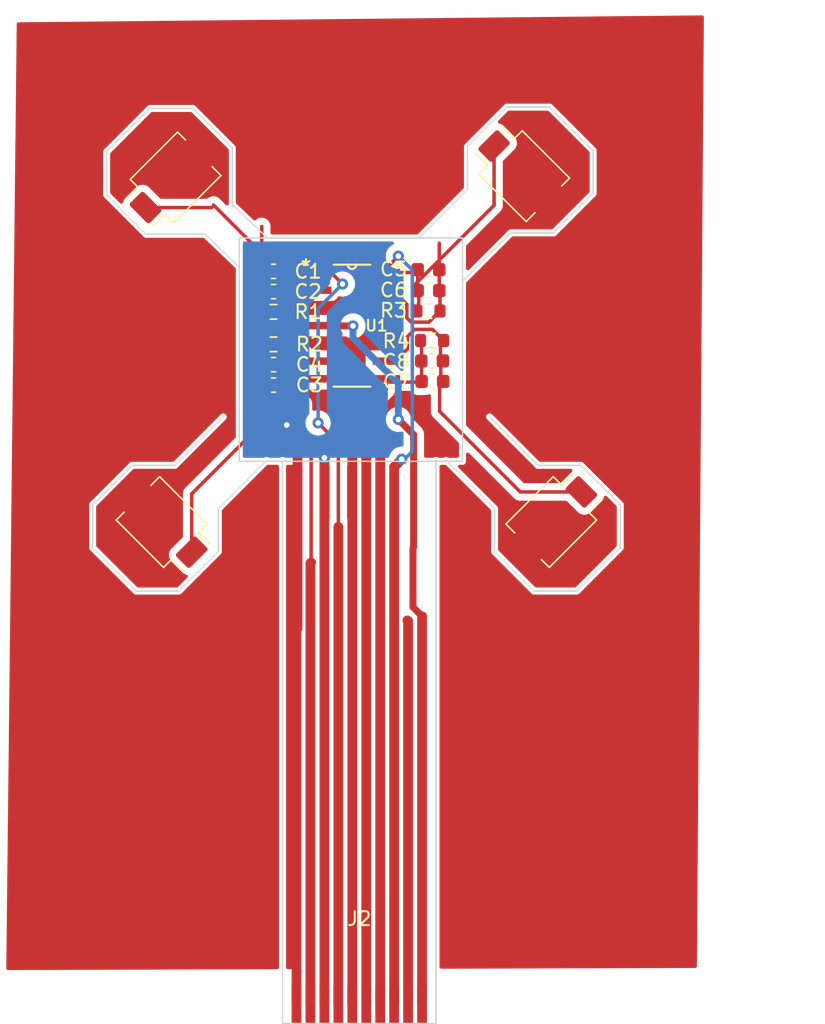
<source format=kicad_pcb>
(kicad_pcb (version 20221018) (generator pcbnew)
  (layers (0 "F.Cu" signal) (31 "B.Cu" signal) (34 "B.Paste" user) (35 "F.Paste" user) (36 "B.SilkS" user "B.Silkscreen") (37 "F.SilkS" user "F.Silkscreen") (38 "B.Mask" user) (39 "F.Mask" user) (44 "Edge.Cuts" user))
  (net 0 "")
  (net 1 "GND")
  (net 2 "+3V3")
  (net 3 "/Photodiode 1/IN-")
  (net 4 "/OUT1")
  (net 5 "/Photodiode 2/IN-")
  (net 6 "/OUT2")
  (net 7 "/Photodiode 4/IN-")
  (net 8 "/OUT4")
  (net 9 "/Photodiode 3/IN-")
  (net 10 "/OUT3")
  (footprint "adcs:Osram_SFH2430" (layer "F.Cu") (at 72.234136 100.91425 45)
    (fp_text reference "D1" hide)
    (fp_text value "SFH2430" hide)
    (fp_line (start -3.59 1.31) (end -2.4 1.31) (stroke (width 0.12)) (layer "F.SilkS"))
    (fp_line (start -2.41 -1.4) (end -3.59 -1.4) (stroke (width 0.12)) (layer "F.SilkS"))
    (fp_line (start -2.4 -2.2) (end -2.4 -1.4) (stroke (width 0.12)) (layer "F.SilkS"))
    (fp_line (start -2.4 1.31) (end -2.4 2.2) (stroke (width 0.12)) (layer "F.SilkS"))
    (fp_line (start -2.4 2.2) (end 2.4 2.2) (stroke (width 0.12)) (layer "F.SilkS"))
    (fp_line (start 2.4 -2.2) (end -2.4 -2.2) (stroke (width 0.12)) (layer "F.SilkS"))
    (fp_line (start 2.4 -1.4) (end 2.4 -2.2) (stroke (width 0.12)) (layer "F.SilkS"))
    (fp_line (start 2.4 2.2) (end 2.4 1.31) (stroke (width 0.12)) (layer "F.SilkS"))
    (pad "1" smd roundrect (at -3.05 0 225) (size 1.4 2) (layers "F.Cu" "F.Mask") (roundrect_rratio 0.125) (net 3 "/Photodiode 1/IN-"))
    (pad "2" smd roundrect (at 3.05 0 225) (size 1.4 1.2) (layers "F.Cu" "F.Mask") (roundrect_rratio 0.125) (net 1 "GND"))
  )
  (footprint "Capacitor_SMD:C_0603_1608Metric" (layer "F.Cu") (at 90.617322 114.062736 180)
    (fp_text reference "C8" (at 2.57225 -0.03) (layer "F.SilkS"))
    (fp_text value "100nF")
    (fp_line (start -0.14058 -0.51) (end 0.14058 -0.51) (stroke (width 0.12)) (layer "F.SilkS"))
    (fp_line (start -0.14058 0.51) (end 0.14058 0.51) (stroke (width 0.12)) (layer "F.SilkS"))
    (pad "1" smd roundrect (at -0.775 0 180) (size 0.9 0.95) (layers "F.Cu" "F.Paste" "F.Mask") (net 9 "/Photodiode 3/IN-"))
    (pad "2" smd roundrect (at 0.775 0 180) (size 0.9 0.95) (layers "F.Cu" "F.Paste" "F.Mask") (net 10 "/OUT3"))
  )
  (footprint "adcs:Osram_SFH2430" (layer "F.Cu") (at 99.162959 125.602959 -135)
    (fp_text reference "D4" hide)
    (fp_text value "SFH2430" hide)
    (fp_line (start -3.59 1.31) (end -2.4 1.31) (stroke (width 0.12)) (layer "F.SilkS"))
    (fp_line (start -2.41 -1.4) (end -3.59 -1.4) (stroke (width 0.12)) (layer "F.SilkS"))
    (fp_line (start -2.4 -2.2) (end -2.4 -1.4) (stroke (width 0.12)) (layer "F.SilkS"))
    (fp_line (start -2.4 1.31) (end -2.4 2.2) (stroke (width 0.12)) (layer "F.SilkS"))
    (fp_line (start -2.4 2.2) (end 2.4 2.2) (stroke (width 0.12)) (layer "F.SilkS"))
    (fp_line (start 2.4 -2.2) (end -2.4 -2.2) (stroke (width 0.12)) (layer "F.SilkS"))
    (fp_line (start 2.4 -1.4) (end 2.4 -2.2) (stroke (width 0.12)) (layer "F.SilkS"))
    (fp_line (start 2.4 2.2) (end 2.4 1.31) (stroke (width 0.12)) (layer "F.SilkS"))
    (pad "1" smd roundrect (at -3.05 0 45) (size 1.4 2) (layers "F.Cu" "F.Mask") (roundrect_rratio 0.125) (net 9 "/Photodiode 3/IN-"))
    (pad "2" smd roundrect (at 3.05 0 45) (size 1.4 1.2) (layers "F.Cu" "F.Mask") (roundrect_rratio 0.125) (net 1 "GND"))
  )
  (footprint "Capacitor_SMD:C_0603_1608Metric" (layer "F.Cu") (at 79.257903 109.092015)
    (fp_text reference "C2" (at 2.47 0) (layer "F.SilkS"))
    (fp_text value "100nF")
    (fp_line (start -0.14058 -0.51) (end 0.14058 -0.51) (stroke (width 0.12)) (layer "F.SilkS"))
    (fp_line (start -0.14058 0.51) (end 0.14058 0.51) (stroke (width 0.12)) (layer "F.SilkS"))
    (pad "1" smd roundrect (at -0.775 0) (size 0.9 0.95) (layers "F.Cu" "F.Paste" "F.Mask") (net 3 "/Photodiode 1/IN-"))
    (pad "2" smd roundrect (at 0.775 0) (size 0.9 0.95) (layers "F.Cu" "F.Paste" "F.Mask") (net 4 "/OUT1"))
  )
  (footprint "Capacitor_SMD:C_0603_1608Metric" (layer "F.Cu") (at 90.642322 115.526687 180)
    (fp_text reference "C7" (at 2.57225 -0.03) (layer "F.SilkS"))
    (fp_text value "1nF")
    (fp_line (start -0.14058 -0.51) (end 0.14058 -0.51) (stroke (width 0.12)) (layer "F.SilkS"))
    (fp_line (start -0.14058 0.51) (end 0.14058 0.51) (stroke (width 0.12)) (layer "F.SilkS"))
    (pad "1" smd roundrect (at -0.775 0 180) (size 0.9 0.95) (layers "F.Cu" "F.Paste" "F.Mask") (net 9 "/Photodiode 3/IN-"))
    (pad "2" smd roundrect (at 0.775 0 180) (size 0.9 0.95) (layers "F.Cu" "F.Paste" "F.Mask") (net 10 "/OUT3"))
  )
  (footprint "Resistor_SMD:R_0603_1608Metric" (layer "F.Cu") (at 79.257903 110.542015)
    (fp_text reference "R1" (at 2.47 0) (layer "F.SilkS"))
    (fp_text value "3.9k")
    (fp_line (start -0.237258 -0.5225) (end 0.237258 -0.5225) (stroke (width 0.12)) (layer "F.SilkS"))
    (fp_line (start -0.237258 0.5225) (end 0.237258 0.5225) (stroke (width 0.12)) (layer "F.SilkS"))
    (pad "1" smd roundrect (at -0.825 0) (size 0.8 0.95) (layers "F.Cu" "F.Paste" "F.Mask") (net 3 "/Photodiode 1/IN-"))
    (pad "2" smd roundrect (at 0.825 0) (size 0.8 0.95) (layers "F.Cu" "F.Paste" "F.Mask") (net 4 "/OUT1"))
  )
  (footprint "Capacitor_SMD:C_0603_1608Metric" (layer "F.Cu") (at 90.35948 107.521304 180)
    (fp_text reference "C5" (at 2.5 0.04) (layer "F.SilkS"))
    (fp_text value "1nF")
    (fp_line (start -0.14058 -0.51) (end 0.14058 -0.51) (stroke (width 0.12)) (layer "F.SilkS"))
    (fp_line (start -0.14058 0.51) (end 0.14058 0.51) (stroke (width 0.12)) (layer "F.SilkS"))
    (pad "1" smd roundrect (at -0.775 0 180) (size 0.9 0.95) (layers "F.Cu" "F.Paste" "F.Mask") (net 7 "/Photodiode 4/IN-"))
    (pad "2" smd roundrect (at 0.775 0 180) (size 0.9 0.95) (layers "F.Cu" "F.Paste" "F.Mask") (net 8 "/OUT4"))
  )
  (footprint "Resistor_SMD:R_0603_1608Metric" (layer "F.Cu") (at 90.617322 112.598936 180)
    (fp_text reference "R4" (at 2.57225 -0.03) (layer "F.SilkS"))
    (fp_text value "3.9k")
    (fp_line (start -0.237258 -0.5225) (end 0.237258 -0.5225) (stroke (width 0.12)) (layer "F.SilkS"))
    (fp_line (start -0.237258 0.5225) (end 0.237258 0.5225) (stroke (width 0.12)) (layer "F.SilkS"))
    (pad "1" smd roundrect (at -0.825 0 180) (size 0.8 0.95) (layers "F.Cu" "F.Paste" "F.Mask") (net 9 "/Photodiode 3/IN-"))
    (pad "2" smd roundrect (at 0.825 0 180) (size 0.8 0.95) (layers "F.Cu" "F.Paste" "F.Mask") (net 10 "/OUT3"))
  )
  (footprint "adcs:10pin_1mm_pitch_flat_flex" (layer "F.Cu") (at 85.400001 160.175)
    (fp_text reference "J2" (at 0.01 -6.15 unlocked) (layer "F.SilkS"))
    (fp_text value "Conn_01x10")
    (pad "1" smd rect (at -4.5 0) (size 0.7 2.7) (layers "F.Cu" "F.Paste" "F.Mask") (net 1 "GND"))
    (pad "2" smd rect (at -3.5 0) (size 0.7 2.7) (layers "F.Cu" "F.Paste" "F.Mask") (net 6 "/OUT2"))
    (pad "3" smd rect (at -2.5 0) (size 0.7 2.7) (layers "F.Cu" "F.Paste" "F.Mask") (net 1 "GND"))
    (pad "4" smd rect (at -1.5 0) (size 0.7 2.7) (layers "F.Cu" "F.Paste" "F.Mask") (net 4 "/OUT1"))
    (pad "5" smd rect (at -0.5 0) (size 0.7 2.7) (layers "F.Cu" "F.Paste" "F.Mask") (net 1 "GND"))
    (pad "6" smd rect (at 0.5 0) (size 0.7 2.7) (layers "F.Cu" "F.Paste" "F.Mask") (net 10 "/OUT3"))
    (pad "7" smd rect (at 1.5 0) (size 0.7 2.7) (layers "F.Cu" "F.Paste" "F.Mask") (net 1 "GND"))
    (pad "8" smd rect (at 2.5 0) (size 0.7 2.7) (layers "F.Cu" "F.Paste" "F.Mask") (net 8 "/OUT4"))
    (pad "9" smd rect (at 3.5 0) (size 0.7 2.7) (layers "F.Cu" "F.Paste" "F.Mask") (net 1 "GND"))
    (pad "10" smd rect (at 4.5 0) (size 0.7 2.7) (layers "F.Cu" "F.Paste" "F.Mask") (net 2 "+3V3"))
  )
  (footprint "Capacitor_SMD:C_0603_1608Metric" (layer "F.Cu") (at 79.257903 107.642016)
    (fp_text reference "C1" (at 2.47 0) (layer "F.SilkS"))
    (fp_text value "1nF")
    (fp_line (start -0.14058 -0.51) (end 0.14058 -0.51) (stroke (width 0.12)) (layer "F.SilkS"))
    (fp_line (start -0.14058 0.51) (end 0.14058 0.51) (stroke (width 0.12)) (layer "F.SilkS"))
    (pad "1" smd roundrect (at -0.775 0) (size 0.9 0.95) (layers "F.Cu" "F.Paste" "F.Mask") (net 3 "/Photodiode 1/IN-"))
    (pad "2" smd roundrect (at 0.775 0) (size 0.9 0.95) (layers "F.Cu" "F.Paste" "F.Mask") (net 4 "/OUT1"))
  )
  (footprint "adcs:SO-14_S" (layer "F.Cu") (at 84.880917 111.532223)
    (fp_text reference "U1" (at 1.75 0) (layer "F.SilkS") (effects (font (size 0.787402 0.787402))))
    (fp_text value "LTC2052IS_PBF")
    (fp_text user "*" (at -3.302 -4.2164) (layer "F.SilkS"))
    (fp_line (start -1.3208 4.3688) (end 1.3208 4.3688) (stroke (width 0.1524)) (layer "F.SilkS"))
    (fp_line (start -0.3048 -4.3688) (end -1.3208 -4.3688) (stroke (width 0.1524)) (layer "F.SilkS"))
    (fp_line (start 0.3048 -4.3688) (end -0.3048 -4.3688) (stroke (width 0.1524)) (layer "F.SilkS"))
    (fp_line (start 1.3208 -4.3688) (end 0.3048 -4.3688) (stroke (width 0.1524)) (layer "F.SilkS"))
    (fp_arc (start 0.3048 -4.3688) (mid 0 -4.064) (end -0.3048 -4.3688) (stroke (width 0.1524)) (layer "F.SilkS"))
    (fp_poly (pts (xy 3.9624 1.0795) (xy 3.9624 1.4605) (xy 3.7084 1.4605) (xy 3.7084 1.0795)) (stroke (width 0.0254)) (fill solid) (layer "F.SilkS"))
    (pad "1" smd rect (at -2.4638 -3.81) (size 1.9812 0.5334) (layers "F.Cu" "F.Paste" "F.Mask") (net 4 "/OUT1"))
    (pad "2" smd rect (at -2.4638 -2.54) (size 1.9812 0.5334) (layers "F.Cu" "F.Paste" "F.Mask") (net 3 "/Photodiode 1/IN-"))
    (pad "3" smd rect (at -2.4638 -1.27) (size 1.9812 0.5334) (layers "F.Cu" "F.Paste" "F.Mask") (net 1 "GND"))
    (pad "4" smd rect (at -2.4638 0) (size 1.9812 0.5334) (layers "F.Cu" "F.Paste" "F.Mask") (net 2 "+3V3"))
    (pad "5" smd rect (at -2.4638 1.27) (size 1.9812 0.5334) (layers "F.Cu" "F.Paste" "F.Mask") (net 1 "GND"))
    (pad "6" smd rect (at -2.4638 2.54) (size 1.9812 0.5334) (layers "F.Cu" "F.Paste" "F.Mask") (net 5 "/Photodiode 2/IN-"))
    (pad "7" smd rect (at -2.4638 3.81) (size 1.9812 0.5334) (layers "F.Cu" "F.Paste" "F.Mask") (net 6 "/OUT2"))
    (pad "8" smd rect (at 2.4638 3.81) (size 1.9812 0.5334) (layers "F.Cu" "F.Paste" "F.Mask") (net 10 "/OUT3"))
    (pad "9" smd rect (at 2.4638 2.54) (size 1.9812 0.5334) (layers "F.Cu" "F.Paste" "F.Mask") (net 9 "/Photodiode 3/IN-"))
    (pad "10" smd rect (at 2.4638 1.27) (size 1.9812 0.5334) (layers "F.Cu" "F.Paste" "F.Mask") (net 1 "GND"))
    (pad "11" smd rect (at 2.4638 0) (size 1.9812 0.5334) (layers "F.Cu" "F.Paste" "F.Mask") (net 1 "GND"))
    (pad "12" smd rect (at 2.4638 -1.27) (size 1.9812 0.5334) (layers "F.Cu" "F.Paste" "F.Mask") (net 1 "GND"))
    (pad "13" smd rect (at 2.4638 -2.54) (size 1.9812 0.5334) (layers "F.Cu" "F.Paste" "F.Mask") (net 7 "/Photodiode 4/IN-"))
    (pad "14" smd rect (at 2.4638 -3.81) (size 1.9812 0.5334) (layers "F.Cu" "F.Paste" "F.Mask") (net 8 "/OUT4"))
  )
  (footprint "Capacitor_SMD:C_0603_1608Metric" (layer "F.Cu") (at 79.257903 115.790805)
    (fp_text reference "C3" (at 2.56725 -0.0038) (layer "F.SilkS"))
    (fp_text value "1nF")
    (fp_line (start -0.14058 -0.51) (end 0.14058 -0.51) (stroke (width 0.12)) (layer "F.SilkS"))
    (fp_line (start -0.14058 0.51) (end 0.14058 0.51) (stroke (width 0.12)) (layer "F.SilkS"))
    (pad "1" smd roundrect (at -0.775 0) (size 0.9 0.95) (layers "F.Cu" "F.Paste" "F.Mask") (net 5 "/Photodiode 2/IN-"))
    (pad "2" smd roundrect (at 0.775 0) (size 0.9 0.95) (layers "F.Cu" "F.Paste" "F.Mask") (net 6 "/OUT2"))
  )
  (footprint "Capacitor_SMD:C_0603_1608Metric" (layer "F.Cu") (at 90.359479 109.021304 180)
    (fp_text reference "C6" (at 2.5 0.04) (layer "F.SilkS"))
    (fp_text value "100nF")
    (fp_line (start -0.14058 -0.51) (end 0.14058 -0.51) (stroke (width 0.12)) (layer "F.SilkS"))
    (fp_line (start -0.14058 0.51) (end 0.14058 0.51) (stroke (width 0.12)) (layer "F.SilkS"))
    (pad "1" smd roundrect (at -0.775 0 180) (size 0.9 0.95) (layers "F.Cu" "F.Paste" "F.Mask") (net 7 "/Photodiode 4/IN-"))
    (pad "2" smd roundrect (at 0.775 0 180) (size 0.9 0.95) (layers "F.Cu" "F.Paste" "F.Mask") (net 8 "/OUT4"))
  )
  (footprint "adcs:Osram_SFH2430" (layer "F.Cu") (at 71.232241 125.602959 135)
    (fp_text reference "D2" hide)
    (fp_text value "SFH2430" hide)
    (fp_line (start -3.59 1.31) (end -2.4 1.31) (stroke (width 0.12)) (layer "F.SilkS"))
    (fp_line (start -2.41 -1.4) (end -3.59 -1.4) (stroke (width 0.12)) (layer "F.SilkS"))
    (fp_line (start -2.4 -2.2) (end -2.4 -1.4) (stroke (width 0.12)) (layer "F.SilkS"))
    (fp_line (start -2.4 1.31) (end -2.4 2.2) (stroke (width 0.12)) (layer "F.SilkS"))
    (fp_line (start -2.4 2.2) (end 2.4 2.2) (stroke (width 0.12)) (layer "F.SilkS"))
    (fp_line (start 2.4 -2.2) (end -2.4 -2.2) (stroke (width 0.12)) (layer "F.SilkS"))
    (fp_line (start 2.4 -1.4) (end 2.4 -2.2) (stroke (width 0.12)) (layer "F.SilkS"))
    (fp_line (start 2.4 2.2) (end 2.4 1.31) (stroke (width 0.12)) (layer "F.SilkS"))
    (pad "1" smd roundrect (at -3.05 0 315) (size 1.4 2) (layers "F.Cu" "F.Mask") (roundrect_rratio 0.125) (net 5 "/Photodiode 2/IN-"))
    (pad "2" smd roundrect (at 3.05 0 315) (size 1.4 1.2) (layers "F.Cu" "F.Mask") (roundrect_rratio 0.125) (net 1 "GND"))
  )
  (footprint "Resistor_SMD:R_0603_1608Metric" (layer "F.Cu") (at 90.35948 110.481304 180)
    (fp_text reference "R3" (at 2.5 0.04) (layer "F.SilkS"))
    (fp_text value "3.9k")
    (fp_line (start -0.237258 -0.5225) (end 0.237258 -0.5225) (stroke (width 0.12)) (layer "F.SilkS"))
    (fp_line (start -0.237258 0.5225) (end 0.237258 0.5225) (stroke (width 0.12)) (layer "F.SilkS"))
    (pad "1" smd roundrect (at -0.825 0 180) (size 0.8 0.95) (layers "F.Cu" "F.Paste" "F.Mask") (net 7 "/Photodiode 4/IN-"))
    (pad "2" smd roundrect (at 0.825 0 180) (size 0.8 0.95) (layers "F.Cu" "F.Paste" "F.Mask") (net 8 "/OUT4"))
  )
  (footprint "Resistor_SMD:R_0603_1608Metric" (layer "F.Cu") (at 79.257903 112.870807)
    (fp_text reference "R2" (at 2.56725 -0.0038) (layer "F.SilkS"))
    (fp_text value "3.9k")
    (fp_line (start -0.237258 -0.5225) (end 0.237258 -0.5225) (stroke (width 0.12)) (layer "F.SilkS"))
    (fp_line (start -0.237258 0.5225) (end 0.237258 0.5225) (stroke (width 0.12)) (layer "F.SilkS"))
    (pad "1" smd roundrect (at -0.825 0) (size 0.8 0.95) (layers "F.Cu" "F.Paste" "F.Mask") (net 5 "/Photodiode 2/IN-"))
    (pad "2" smd roundrect (at 0.825 0) (size 0.8 0.95) (layers "F.Cu" "F.Paste" "F.Mask") (net 6 "/OUT2"))
  )
  (footprint "adcs:Osram_SFH2430" (layer "F.Cu") (at 97.219418 100.819313 -45)
    (fp_text reference "D3" hide)
    (fp_text value "SFH2430" hide)
    (fp_line (start -3.59 1.31) (end -2.4 1.31) (stroke (width 0.12)) (layer "F.SilkS"))
    (fp_line (start -2.41 -1.4) (end -3.59 -1.4) (stroke (width 0.12)) (layer "F.SilkS"))
    (fp_line (start -2.4 -2.2) (end -2.4 -1.4) (stroke (width 0.12)) (layer "F.SilkS"))
    (fp_line (start -2.4 1.31) (end -2.4 2.2) (stroke (width 0.12)) (layer "F.SilkS"))
    (fp_line (start -2.4 2.2) (end 2.4 2.2) (stroke (width 0.12)) (layer "F.SilkS"))
    (fp_line (start 2.4 -2.2) (end -2.4 -2.2) (stroke (width 0.12)) (layer "F.SilkS"))
    (fp_line (start 2.4 -1.4) (end 2.4 -2.2) (stroke (width 0.12)) (layer "F.SilkS"))
    (fp_line (start 2.4 2.2) (end 2.4 1.31) (stroke (width 0.12)) (layer "F.SilkS"))
    (pad "1" smd roundrect (at -3.05 0 135) (size 1.4 2) (layers "F.Cu" "F.Mask") (roundrect_rratio 0.125) (net 7 "/Photodiode 4/IN-"))
    (pad "2" smd roundrect (at 3.05 0 135) (size 1.4 1.2) (layers "F.Cu" "F.Mask") (roundrect_rratio 0.125) (net 1 "GND"))
  )
  (footprint "Capacitor_SMD:C_0603_1608Metric" (layer "F.Cu") (at 79.257903 114.324605)
    (fp_text reference "C4" (at 2.56725 -0.0038) (layer "F.SilkS"))
    (fp_text value "100nF")
    (fp_line (start -0.14058 -0.51) (end 0.14058 -0.51) (stroke (width 0.12)) (layer "F.SilkS"))
    (fp_line (start -0.14058 0.51) (end 0.14058 0.51) (stroke (width 0.12)) (layer "F.SilkS"))
    (pad "1" smd roundrect (at -0.775 0) (size 0.9 0.95) (layers "F.Cu" "F.Paste" "F.Mask") (net 5 "/Photodiode 2/IN-"))
    (pad "2" smd roundrect (at 0.775 0) (size 0.9 0.95) (layers "F.Cu" "F.Paste" "F.Mask") (net 6 "/OUT2"))
  )
  (gr_line (start 72.186835 121.537095) (end 75.651658 118.072271) (stroke (width 0.1)) (layer "Edge.Cuts"))
  (gr_line (start 79.9 121.183541) (end 79.9 161.525) (stroke (width 0.1)) (layer "Edge.Cuts"))
  (gr_line (start 76.3 98.8) (end 73.471573 95.971573) (stroke (width 0.1)) (layer "Edge.Cuts"))
  (gr_line (start 78.8 105.25) (end 76.367589 102.930114) (stroke (width 0.1)) (layer "Edge.Cuts"))
  (gr_line (start 92.8 121.25) (end 92.8 105.25) (stroke (width 0.1)) (layer "Edge.Cuts"))
  (gr_line (start 104.105635 124.365522) (end 104.105635 127.434365) (stroke (width 0.1)) (layer "Edge.Cuts"))
  (gr_line (start 93.153554 98.705063) (end 93.153554 101.773907) (stroke (width 0.1)) (layer "Edge.Cuts"))
  (gr_line (start 72.186835 121.537095) (end 69.117991 121.537095) (stroke (width 0.1)) (layer "Edge.Cuts"))
  (gr_line (start 67.291459 99.082843) (end 70.402729 95.971573) (stroke (width 0.1)) (layer "Edge.Cuts"))
  (gr_line (start 95.097095 124.648364) (end 95.097095 127.717208) (stroke (width 0.1)) (layer "Edge.Cuts"))
  (gr_line (start 92.8 105.25) (end 76.800001 105.25) (stroke (width 0.1)) (layer "Edge.Cuts"))
  (gr_line (start 75.298105 127.717208) (end 72.469678 130.545635) (stroke (width 0.1)) (layer "Edge.Cuts"))
  (gr_line (start 102.162094 98.987906) (end 102.162094 102.05675) (stroke (width 0.1)) (layer "Edge.Cuts"))
  (gr_line (start 93.153554 98.705063) (end 95.981981 95.876636) (stroke (width 0.1)) (layer "Edge.Cuts"))
  (gr_line (start 95.097095 127.717208) (end 97.925522 130.545635) (stroke (width 0.1)) (layer "Edge.Cuts"))
  (gr_line (start 101.277208 121.537095) (end 104.105635 124.365522) (stroke (width 0.1)) (layer "Edge.Cuts"))
  (gr_line (start 95.981981 95.876636) (end 99.050824 95.876636) (stroke (width 0.1)) (layer "Edge.Cuts"))
  (gr_line (start 79.9 161.525) (end 90.9 161.525) (stroke (width 0.1)) (layer "Edge.Cuts"))
  (gr_line (start 72.469679 130.545636) (end 69.400835 130.545636) (stroke (width 0.1)) (layer "Edge.Cuts"))
  (gr_line (start 67.291459 102.151687) (end 67.291459 99.082843) (stroke (width 0.1)) (layer "Edge.Cuts"))
  (gr_line (start 66.289565 127.434366) (end 66.289564 124.365522) (stroke (width 0.1)) (layer "Edge.Cuts"))
  (gr_line (start 69.117991 121.537095) (end 66.289564 124.365522) (stroke (width 0.1)) (layer "Edge.Cuts"))
  (gr_line (start 96.264823 104.885177) (end 92.8 108.35) (stroke (width 0.1)) (layer "Edge.Cuts"))
  (gr_line (start 90.9 121.183541) (end 90.9 161.525) (stroke (width 0.1)) (layer "Edge.Cuts"))
  (gr_line (start 100.994365 130.545635) (end 97.925522 130.545635) (stroke (width 0.1)) (layer "Edge.Cuts"))
  (gr_line (start 70.402729 95.971573) (end 73.471573 95.971573) (stroke (width 0.1)) (layer "Edge.Cuts"))
  (gr_line (start 89.68873 105.23873) (end 93.153554 101.773907) (stroke (width 0.1)) (layer "Edge.Cuts"))
  (gr_line (start 76.800001 121.25) (end 76.800001 105.25) (stroke (width 0.1)) (layer "Edge.Cuts"))
  (gr_line (start 99.050824 95.876636) (end 102.162094 98.987906) (stroke (width 0.1)) (layer "Edge.Cuts"))
  (gr_line (start 104.105635 127.434365) (end 100.994365 130.545635) (stroke (width 0.1)) (layer "Edge.Cuts"))
  (gr_line (start 76.3 103.030114) (end 76.3 98.8) (stroke (width 0.1)) (layer "Edge.Cuts"))
  (gr_line (start 94.743541 118.072271) (end 98.208364 121.537095) (stroke (width 0.1)) (layer "Edge.Cuts"))
  (gr_line (start 70.119886 104.980114) (end 74.35 104.980114) (stroke (width 0.1)) (layer "Edge.Cuts"))
  (gr_line (start 76.782411 107.3) (end 74.35 104.980114) (stroke (width 0.1)) (layer "Edge.Cuts"))
  (gr_line (start 70.119886 104.980114) (end 67.291459 102.151687) (stroke (width 0.1)) (layer "Edge.Cuts"))
  (gr_line (start 92.8 121.25) (end 76.800001 121.25) (stroke (width 0.1)) (layer "Edge.Cuts"))
  (gr_line (start 75.298105 127.717208) (end 75.298105 124.648364) (stroke (width 0.1)) (layer "Edge.Cuts"))
  (gr_line (start 96.264823 104.885177) (end 99.333667 104.885177) (stroke (width 0.1)) (layer "Edge.Cuts"))
  (gr_line (start 78.762928 121.183541) (end 75.298105 124.648364) (stroke (width 0.1)) (layer "Edge.Cuts"))
  (gr_line (start 69.400835 130.545636) (end 66.289565 127.434366) (stroke (width 0.1)) (layer "Edge.Cuts"))
  (gr_line (start 99.333667 104.885177) (end 102.162094 102.05675) (stroke (width 0.1)) (layer "Edge.Cuts"))
  (gr_line (start 95.097095 124.648364) (end 91.632271 121.183541) (stroke (width 0.1)) (layer "Edge.Cuts"))
  (gr_line (start 101.277208 121.537095) (end 98.208364 121.537095) (stroke (width 0.1)) (layer "Edge.Cuts"))
  (segment (start 84.900001 160.175) (end 84.900001 119.000001) (width 0.7) (layer "F.Cu") (net 1))
  (segment (start 84.900001 119.000001) (end 84.9 119) (width 0.7) (layer "F.Cu") (net 1))
  (segment (start 80.9 133.3) (end 80.976406 133.223594) (width 0.25) (layer "F.Cu") (net 1))
  (segment (start 86.9 120.3) (end 87 120.2) (width 0.7) (layer "F.Cu") (net 1))
  (segment (start 80.2 118.786396) (end 80.2 118.65) (width 0.25) (layer "F.Cu") (net 1))
  (segment (start 86.9 160.5) (end 86.9 120.3) (width 0.7) (layer "F.Cu") (net 1))
  (segment (start 88.9 132.7) (end 88.85 132.65) (width 0.7) (layer "F.Cu") (net 1))
  (segment (start 82.9 160.1) (end 82.9 121) (width 0.7) (layer "F.Cu") (net 1))
  (segment (start 80.900001 160.175) (end 80.9 133.3) (width 0.7) (layer "F.Cu") (net 1))
  (segment (start 80.976406 133.223594) (end 80.976406 119.562802) (width 0.7) (layer "F.Cu") (net 1))
  (segment (start 82.417118 110.262222) (end 81.340918 110.262222) (width 0.25) (layer "F.Cu") (net 1))
  (segment (start 88.9 160.1) (end 88.9 132.7) (width 0.7) (layer "F.Cu") (net 1))
  (segment (start 80.976406 119.562802) (end 80.2 118.786396) (width 0.25) (layer "F.Cu") (net 1))
  (via (at 82.9 121) (size 0.8) (drill 0.4) (layers "F.Cu" "B.Cu") (net 1))
  (via (at 80.2 118.65) (size 0.8) (drill 0.4) (layers "F.Cu" "B.Cu") (net 1))
  (segment (start 83.932223 111.532223) (end 82.417117 111.532223) (width 0.5) (layer "F.Cu") (net 2))
  (segment (start 89.9 132.35) (end 89.25 131.7) (width 0.5) (layer "F.Cu") (net 2))
  (segment (start 84.95 111.55) (end 83.95 111.55) (width 0.5) (layer "F.Cu") (net 2))
  (segment (start 82.427118 111.542223) (end 82.417118 111.532223) (width 0.25) (layer "F.Cu") (net 2))
  (segment (start 88.2 118.25) (end 89.293794 119.343794) (width 0.5) (layer "F.Cu") (net 2))
  (segment (start 89.9 160.175) (end 89.9 132.35) (width 0.7) (layer "F.Cu") (net 2))
  (segment (start 89.25 131.7) (end 89.25 127.462412) (width 0.5) (layer "F.Cu") (net 2))
  (segment (start 83.95 111.55) (end 83.932223 111.532223) (width 0.5) (layer "F.Cu") (net 2))
  (segment (start 89.293794 119.343794) (end 89.293794 127.406206) (width 0.5) (layer "F.Cu") (net 2))
  (via (at 84.95 111.55) (size 0.8) (drill 0.4) (layers "F.Cu" "B.Cu") (net 2))
  (via (at 88.2 118.25) (size 0.8) (drill 0.4) (layers "F.Cu" "B.Cu") (net 2))
  (segment (start 88.2 118.25) (end 88.2 115.65) (width 0.5) (layer "B.Cu") (net 2))
  (segment (start 88.2 115.65) (end 84.95 112.4) (width 0.5) (layer "B.Cu") (net 2))
  (segment (start 84.95 112.4) (end 84.95 111.55) (width 0.5) (layer "B.Cu") (net 2))
  (segment (start 80.487624 111.354757) (end 79.245646 111.354757) (width 0.25) (layer "F.Cu") (net 3))
  (segment (start 80.807903 110.154518) (end 80.807903 111.034477) (width 0.25) (layer "F.Cu") (net 3))
  (segment (start 78.394717 110.429473) (end 78.394718 108.979473) (width 0.25) (layer "F.Cu") (net 3))
  (segment (start 70.07746 103.070925) (end 74.815075 103.070925) (width 0.25) (layer "F.Cu") (net 3))
  (segment (start 81.970199 108.992223) (end 80.807903 110.154518) (width 0.25) (layer "F.Cu") (net 3))
  (segment (start 78.409374 104.42511) (end 78.409374 107.568487) (width 0.25) (layer "F.Cu") (net 3))
  (segment (start 79.245646 111.354757) (end 78.432903 110.542015) (width 0.25) (layer "F.Cu") (net 3))
  (segment (start 78.394717 107.579472) (end 78.344717 107.529473) (width 0.25) (layer "F.Cu") (net 3))
  (segment (start 74.950252 102.887258) (end 79.546446 107.483452) (width 0.25) (layer "F.Cu") (net 3))
  (segment (start 78.409374 107.568487) (end 78.482903 107.642016) (width 0.25) (layer "F.Cu") (net 3))
  (segment (start 82.417117 108.992223) (end 81.970199 108.992223) (width 0.25) (layer "F.Cu") (net 3))
  (segment (start 80.807903 111.034477) (end 80.487624 111.354757) (width 0.25) (layer "F.Cu") (net 3))
  (segment (start 78.394718 108.979473) (end 78.394717 107.579472) (width 0.25) (layer "F.Cu") (net 3))
  (segment (start 84.2 108.55) (end 83.372223 107.722223) (width 0.25) (layer "F.Cu") (net 4))
  (segment (start 83.9 125.95) (end 83.9 160.174999) (width 0.7) (layer "F.Cu") (net 4))
  (segment (start 79.944718 107.579473) (end 79.994719 107.529473) (width 0.25) (layer "F.Cu") (net 4))
  (segment (start 82.417116 107.722223) (end 82.864036 107.722223) (width 0.25) (layer "F.Cu") (net 4))
  (segment (start 82.336909 107.642016) (end 82.417116 107.722223) (width 0.25) (layer "F.Cu") (net 4))
  (segment (start 83.372223 107.722223) (end 82.417117 107.722223) (width 0.25) (layer "F.Cu") (net 4))
  (segment (start 80.032904 107.642016) (end 82.336909 107.642016) (width 0.25) (layer "F.Cu") (net 4))
  (segment (start 82.45 118.5) (end 83.9 119.95) (width 0.25) (layer "F.Cu") (net 4))
  (segment (start 82.287118 107.852223) (end 82.417118 107.722223) (width 0.25) (layer "F.Cu") (net 4))
  (segment (start 83.9 119.95) (end 83.9 125.95) (width 0.25) (layer "F.Cu") (net 4))
  (segment (start 79.944717 108.979472) (end 79.944718 107.579473) (width 0.25) (layer "F.Cu") (net 4))
  (segment (start 79.944718 110.429472) (end 79.944717 108.979472) (width 0.25) (layer "F.Cu") (net 4))
  (segment (start 83.310918 107.722223) (end 82.417118 107.722223) (width 0.25) (layer "F.Cu") (net 4))
  (via (at 84.2 108.55) (size 0.8) (drill 0.4) (layers "F.Cu" "B.Cu") (net 4))
  (via (at 82.45 118.5) (size 0.8) (drill 0.4) (layers "F.Cu" "B.Cu") (net 4))
  (segment (start 82.45 110.3) (end 84.2 108.55) (width 0.25) (layer "B.Cu") (net 4))
  (segment (start 82.45 118.5) (end 82.45 110.3) (width 0.25) (layer "B.Cu") (net 4))
  (segment (start 78.369718 115.633273) (end 78.319717 115.683272) (width 0.25) (layer "F.Cu") (net 5))
  (segment (start 78.264718 115.738272) (end 78.319717 115.683272) (width 0.25) (layer "F.Cu") (net 5))
  (segment (start 78.369719 112.763273) (end 78.369719 114.229473) (width 0.25) (layer "F.Cu") (net 5))
  (segment (start 81.970199 114.072223) (end 80.807902 112.909927) (width 0.25) (layer "F.Cu") (net 5))
  (segment (start 80.807903 112.378344) (end 80.491422 112.061864) (width 0.25) (layer "F.Cu") (net 5))
  (segment (start 73.388916 123.587704) (end 78.482902 118.493718) (width 0.25) (layer "F.Cu") (net 5))
  (segment (start 78.482902 118.493718) (end 78.482902 115.790805) (width 0.25) (layer "F.Cu") (net 5))
  (segment (start 73.388916 127.759634) (end 73.388916 123.587704) (width 0.25) (layer "F.Cu") (net 5))
  (segment (start 79.241846 112.061864) (end 78.432903 112.870807) (width 0.25) (layer "F.Cu") (net 5))
  (segment (start 80.807902 112.909927) (end 80.807903 112.378344) (width 0.25) (layer "F.Cu") (net 5))
  (segment (start 80.491422 112.061864) (end 79.241846 112.061864) (width 0.25) (layer "F.Cu") (net 5))
  (segment (start 78.369719 114.229473) (end 78.369718 115.633273) (width 0.25) (layer "F.Cu") (net 5))
  (segment (start 82.417117 114.072223) (end 81.970199 114.072223) (width 0.25) (layer "F.Cu") (net 5))
  (segment (start 79.919718 114.229473) (end 79.919718 112.763273) (width 0.25) (layer "F.Cu") (net 6))
  (segment (start 80.032903 115.790805) (end 80.481485 115.342223) (width 0.25) (layer "F.Cu") (net 6))
  (segment (start 81.95 119.9) (end 81.4 119.35) (width 0.25) (layer "F.Cu") (net 6))
  (segment (start 79.969718 115.683272) (end 79.969718 114.279473) (width 0.25) (layer "F.Cu") (net 6))
  (segment (start 81.95 128.5) (end 81.95 119.9) (width 0.25) (layer "F.Cu") (net 6))
  (segment (start 81.95 128.5) (end 81.9 128.55) (width 0.7) (layer "F.Cu") (net 6))
  (segment (start 81.4 119.35) (end 81.4 117.157902) (width 0.25) (layer "F.Cu") (net 6))
  (segment (start 81.4 117.157902) (end 80.032903 115.790805) (width 0.25) (layer "F.Cu") (net 6))
  (segment (start 79.969718 114.279473) (end 79.919718 114.229473) (width 0.25) (layer "F.Cu") (net 6))
  (segment (start 81.9 128.55) (end 81.9 160.175) (width 0.7) (layer "F.Cu") (net 6))
  (segment (start 91.18448 109.071305) (end 91.18448 110.481304) (width 0.25) (layer "F.Cu") (net 7))
  (segment (start 88.80948 110.010067) (end 88.80948 110.973766) (width 0.25) (layer "F.Cu") (net 7))
  (segment (start 91.13448 105.630008) (end 91.13448 107.521304) (width 0.25) (layer "F.Cu") (net 7))
  (segment (start 91.13448 107.521304) (end 91.134479 107.521305) (width 0.25) (layer "F.Cu") (net 7))
  (segment (start 91.134479 109.021304) (end 91.18448 109.071305) (width 0.25) (layer "F.Cu") (net 7))
  (segment (start 88.80948 110.973766) (end 89.117018 111.281304) (width 0.25) (layer "F.Cu") (net 7))
  (segment (start 91.134479 107.521305) (end 91.134479 109.021304) (width 0.25) (layer "F.Cu") (net 7))
  (segment (start 89.117018 111.281304) (end 90.38448 111.281304) (width 0.25) (layer "F.Cu") (net 7))
  (segment (start 87.344717 108.992223) (end 87.791635 108.992223) (width 0.25) (layer "F.Cu") (net 7))
  (segment (start 87.791635 108.992223) (end 88.80948 110.010067) (width 0.25) (layer "F.Cu") (net 7))
  (segment (start 95.062742 98.662637) (end 95.062742 102.905278) (width 0.25) (layer "F.Cu") (net 7))
  (segment (start 95.062742 102.905278) (end 89.190939 108.77708) (width 0.25) (layer "F.Cu") (net 7))
  (segment (start 90.38448 111.281304) (end 91.18448 110.481304) (width 0.25) (layer "F.Cu") (net 7))
  (segment (start 89.383561 107.722223) (end 87.344717 107.722223) (width 0.25) (layer "F.Cu") (net 8))
  (segment (start 89.584479 107.521304) (end 89.383561 107.722223) (width 0.25) (layer "F.Cu") (net 8))
  (segment (start 86.851968 107.722222) (end 87.344718 107.722222) (width 0.25) (layer "F.Cu") (net 8))
  (segment (start 89.665917 108.610848) (end 89.665917 109.926898) (width 0.25) (layer "F.Cu") (net 8))
  (segment (start 87.344717 107.652004) (end 87.344717 107.722223) (width 0.25) (layer "F.Cu") (net 8))
  (segment (start 89.584479 107.521304) (end 89.584479 107.521305) (width 0.25) (layer "F.Cu") (net 8))
  (segment (start 88.444294 121.1) (end 87.9 121.644294) (width 0.7) (layer "F.Cu") (net 8))
  (segment (start 87.344717 107.722223) (end 87.344717 107.405283) (width 0.25) (layer "F.Cu") (net 8))
  (segment (start 87.9 121.644294) (end 87.9 160.174999) (width 0.7) (layer "F.Cu") (net 8))
  (segment (start 89.584479 107.521305) (end 89.584479 109.021304) (width 0.25) (layer "F.Cu") (net 8))
  (segment (start 89.665917 109.926898) (end 89.644718 109.948097) (width 0.25) (layer "F.Cu") (net 8))
  (segment (start 87.344717 107.405283) (end 88.2 106.55) (width 0.25) (layer "F.Cu") (net 8))
  (via (at 88.2 106.55) (size 0.8) (drill 0.4) (layers "F.Cu" "B.Cu") (net 8))
  (via (at 88.444294 121.1) (size 0.8) (drill 0.4) (layers "F.Cu" "B.Cu") (net 8))
  (segment (start 88.2 106.55) (end 89.2 107.55) (width 0.25) (layer "B.Cu") (net 8))
  (segment (start 89.2 120.55) (end 88.65 121.1) (width 0.25) (layer "B.Cu") (net 8))
  (segment (start 89.2 107.55) (end 89.2 120.55) (width 0.25) (layer "B.Cu") (net 8))
  (segment (start 88.65 121.1) (end 88.444294 121.1) (width 0.25) (layer "B.Cu") (net 8))
  (segment (start 91.244718 114.429473) (end 91.244717 115.843273) (width 0.25) (layer "F.Cu") (net 9))
  (segment (start 91.219717 114.404473) (end 91.244718 114.429473) (width 0.25) (layer "F.Cu") (net 9))
  (segment (start 87.982017 114.072223) (end 88.85 113.20424) (width 0.25) (layer "F.Cu") (net 9))
  (segment (start 91.219717 112.965522) (end 91.219717 114.404473) (width 0.25) (layer "F.Cu") (net 9))
  (segment (start 88.85 113.20424) (end 88.85 112.323796) (width 0.25) (layer "F.Cu") (net 9))
  (segment (start 88.85 112.323796) (end 89.37486 111.798936) (width 0.25) (layer "F.Cu") (net 9))
  (segment (start 87.344717 114.072223) (end 87.982017 114.072223) (width 0.25) (layer "F.Cu") (net 9))
  (segment (start 96.935572 123.446283) (end 91.159479 117.67019) (width 0.25) (layer "F.Cu") (net 9))
  (segment (start 90.642322 111.798936) (end 91.442322 112.598936) (width 0.25) (layer "F.Cu") (net 9))
  (segment (start 91.159479 117.67019) (end 91.159479 115.576424) (width 0.25) (layer "F.Cu") (net 9))
  (segment (start 91.244717 115.843273) (end 91.294717 115.893272) (width 0.25) (layer "F.Cu") (net 9))
  (segment (start 101.319634 123.446283) (end 96.935572 123.446283) (width 0.25) (layer "F.Cu") (net 9))
  (segment (start 91.120918 115.918272) (end 91.170917 115.868272) (width 0.25) (layer "F.Cu") (net 9))
  (segment (start 89.37486 111.798936) (end 90.642322 111.798936) (width 0.25) (layer "F.Cu") (net 9))
  (segment (start 87.578918 115.576424) (end 89.609479 115.576424) (width 0.25) (layer "F.Cu") (net 10))
  (segment (start 89.792322 112.598936) (end 89.864504 112.671118) (width 0.25) (layer "F.Cu") (net 10))
  (segment (start 89.842322 114.062736) (end 89.864504 114.084919) (width 0.25) (layer "F.Cu") (net 10))
  (segment (start 87.344717 116.11817) (end 85.9 117.562887) (width 0.25) (layer "F.Cu") (net 10))
  (segment (start 89.864504 114.040553) (end 89.842322 114.062736) (width 0.25) (layer "F.Cu") (net 10))
  (segment (start 85.9 125.85) (end 85.9 160.175) (width 0.7) (layer "F.Cu") (net 10))
  (segment (start 87.344717 115.342223) (end 87.578918 115.576424) (width 0.25) (layer "F.Cu") (net 10))
  (segment (start 85.9 117.562887) (end 85.9 125.85) (width 0.7) (layer "F.Cu") (net 10))
  (segment (start 89.864504 112.671118) (end 89.864504 114.040553) (width 0.25) (layer "F.Cu") (net 10))
  (segment (start 89.864504 114.084919) (end 89.864504 115.52387) (width 0.25) (layer "F.Cu") (net 10))
  (segment (start 87.344717 115.342223) (end 87.344717 116.11817) (width 0.25) (layer "F.Cu") (net 10))
  (segment (start 89.757117 114.318273) (end 89.707118 114.268273) (width 0.25) (layer "F.Cu") (net 10))
  (segment (start 89.864504 115.52387) (end 89.867321 115.526687) (width 0.25) (layer "F.Cu") (net 10))
  (zone (net 1) (net_name "GND") (layer "F.Cu") (connect_pads yes (clearance 0.5)) (min_thickness 0.25) (fill yes (thermal_gap 0.5) (thermal_bridge_width 0.5))
    (polygon (pts (xy 60.85 89.8) (xy 60.1 157.7) (xy 109.6 157.55) (xy 110.1 89.3)))
  )
  (zone (net 1) (net_name "GND") (layer "B.Cu") (priority 1) (connect_pads yes (clearance 0.5)) (min_thickness 0.25) (fill yes (thermal_gap 0.5) (thermal_bridge_width 0.5))
    (polygon (pts (xy 59.65 88.499999) (xy 60.4 157.7) (xy 109.35 157.5) (xy 111.25 88.199999)))
  )
)
</source>
